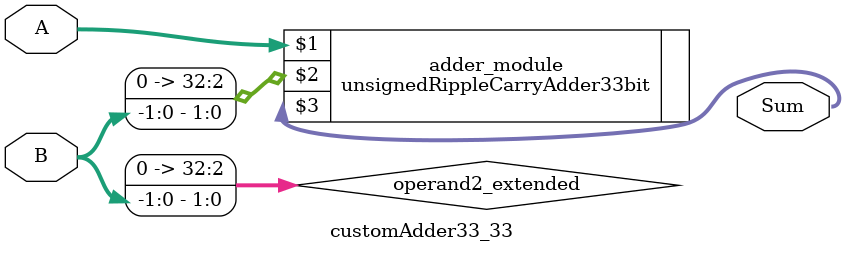
<source format=v>
module customAdder33_33(
                        input [32 : 0] A,
                        input [-1 : 0] B,
                        
                        output [33 : 0] Sum
                );

        wire [32 : 0] operand2_extended;
        
        assign operand2_extended =  {33'b0, B};
        
        unsignedRippleCarryAdder33bit adder_module(
            A,
            operand2_extended,
            Sum
        );
        
        endmodule
        
</source>
